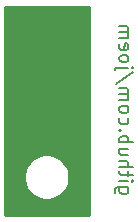
<source format=gbl>
G04 #@! TF.GenerationSoftware,KiCad,Pcbnew,(5.1.2-1)-1*
G04 #@! TF.CreationDate,2020-05-09T22:41:58-04:00*
G04 #@! TF.ProjectId,pcb-test-swatch,7063622d-7465-4737-942d-737761746368,rev?*
G04 #@! TF.SameCoordinates,Original*
G04 #@! TF.FileFunction,Copper,L2,Bot*
G04 #@! TF.FilePolarity,Positive*
%FSLAX46Y46*%
G04 Gerber Fmt 4.6, Leading zero omitted, Abs format (unit mm)*
G04 Created by KiCad (PCBNEW (5.1.2-1)-1) date 2020-05-09 22:41:58*
%MOMM*%
%LPD*%
G04 APERTURE LIST*
%ADD10C,0.203200*%
%ADD11C,0.254000*%
G04 APERTURE END LIST*
D10*
X45456928Y-44558857D02*
X44531642Y-44558857D01*
X44422785Y-44613285D01*
X44368357Y-44667714D01*
X44313928Y-44776571D01*
X44313928Y-44939857D01*
X44368357Y-45048714D01*
X44749357Y-44558857D02*
X44694928Y-44667714D01*
X44694928Y-44885428D01*
X44749357Y-44994285D01*
X44803785Y-45048714D01*
X44912642Y-45103142D01*
X45239214Y-45103142D01*
X45348071Y-45048714D01*
X45402500Y-44994285D01*
X45456928Y-44885428D01*
X45456928Y-44667714D01*
X45402500Y-44558857D01*
X44694928Y-44014571D02*
X45456928Y-44014571D01*
X45837928Y-44014571D02*
X45783500Y-44069000D01*
X45729071Y-44014571D01*
X45783500Y-43960142D01*
X45837928Y-44014571D01*
X45729071Y-44014571D01*
X45456928Y-43633571D02*
X45456928Y-43198142D01*
X45837928Y-43470285D02*
X44858214Y-43470285D01*
X44749357Y-43415857D01*
X44694928Y-43307000D01*
X44694928Y-43198142D01*
X44694928Y-42817142D02*
X45837928Y-42817142D01*
X44694928Y-42327285D02*
X45293642Y-42327285D01*
X45402500Y-42381714D01*
X45456928Y-42490571D01*
X45456928Y-42653857D01*
X45402500Y-42762714D01*
X45348071Y-42817142D01*
X45456928Y-41293142D02*
X44694928Y-41293142D01*
X45456928Y-41783000D02*
X44858214Y-41783000D01*
X44749357Y-41728571D01*
X44694928Y-41619714D01*
X44694928Y-41456428D01*
X44749357Y-41347571D01*
X44803785Y-41293142D01*
X44694928Y-40748857D02*
X45837928Y-40748857D01*
X45402500Y-40748857D02*
X45456928Y-40640000D01*
X45456928Y-40422285D01*
X45402500Y-40313428D01*
X45348071Y-40259000D01*
X45239214Y-40204571D01*
X44912642Y-40204571D01*
X44803785Y-40259000D01*
X44749357Y-40313428D01*
X44694928Y-40422285D01*
X44694928Y-40640000D01*
X44749357Y-40748857D01*
X44803785Y-39714714D02*
X44749357Y-39660285D01*
X44694928Y-39714714D01*
X44749357Y-39769142D01*
X44803785Y-39714714D01*
X44694928Y-39714714D01*
X44749357Y-38680571D02*
X44694928Y-38789428D01*
X44694928Y-39007142D01*
X44749357Y-39116000D01*
X44803785Y-39170428D01*
X44912642Y-39224857D01*
X45239214Y-39224857D01*
X45348071Y-39170428D01*
X45402500Y-39116000D01*
X45456928Y-39007142D01*
X45456928Y-38789428D01*
X45402500Y-38680571D01*
X44694928Y-38027428D02*
X44749357Y-38136285D01*
X44803785Y-38190714D01*
X44912642Y-38245142D01*
X45239214Y-38245142D01*
X45348071Y-38190714D01*
X45402500Y-38136285D01*
X45456928Y-38027428D01*
X45456928Y-37864142D01*
X45402500Y-37755285D01*
X45348071Y-37700857D01*
X45239214Y-37646428D01*
X44912642Y-37646428D01*
X44803785Y-37700857D01*
X44749357Y-37755285D01*
X44694928Y-37864142D01*
X44694928Y-38027428D01*
X44694928Y-37156571D02*
X45456928Y-37156571D01*
X45348071Y-37156571D02*
X45402500Y-37102142D01*
X45456928Y-36993285D01*
X45456928Y-36830000D01*
X45402500Y-36721142D01*
X45293642Y-36666714D01*
X44694928Y-36666714D01*
X45293642Y-36666714D02*
X45402500Y-36612285D01*
X45456928Y-36503428D01*
X45456928Y-36340142D01*
X45402500Y-36231285D01*
X45293642Y-36176857D01*
X44694928Y-36176857D01*
X45892357Y-34816142D02*
X44422785Y-35795857D01*
X45456928Y-34435142D02*
X44477214Y-34435142D01*
X44368357Y-34489571D01*
X44313928Y-34598428D01*
X44313928Y-34652857D01*
X45837928Y-34435142D02*
X45783500Y-34489571D01*
X45729071Y-34435142D01*
X45783500Y-34380714D01*
X45837928Y-34435142D01*
X45729071Y-34435142D01*
X44694928Y-33727571D02*
X44749357Y-33836428D01*
X44803785Y-33890857D01*
X44912642Y-33945285D01*
X45239214Y-33945285D01*
X45348071Y-33890857D01*
X45402500Y-33836428D01*
X45456928Y-33727571D01*
X45456928Y-33564285D01*
X45402500Y-33455428D01*
X45348071Y-33401000D01*
X45239214Y-33346571D01*
X44912642Y-33346571D01*
X44803785Y-33401000D01*
X44749357Y-33455428D01*
X44694928Y-33564285D01*
X44694928Y-33727571D01*
X44749357Y-32421285D02*
X44694928Y-32530142D01*
X44694928Y-32747857D01*
X44749357Y-32856714D01*
X44858214Y-32911142D01*
X45293642Y-32911142D01*
X45402500Y-32856714D01*
X45456928Y-32747857D01*
X45456928Y-32530142D01*
X45402500Y-32421285D01*
X45293642Y-32366857D01*
X45184785Y-32366857D01*
X45075928Y-32911142D01*
X44694928Y-31877000D02*
X45456928Y-31877000D01*
X45348071Y-31877000D02*
X45402500Y-31822571D01*
X45456928Y-31713714D01*
X45456928Y-31550428D01*
X45402500Y-31441571D01*
X45293642Y-31387142D01*
X44694928Y-31387142D01*
X45293642Y-31387142D02*
X45402500Y-31332714D01*
X45456928Y-31223857D01*
X45456928Y-31060571D01*
X45402500Y-30951714D01*
X45293642Y-30897285D01*
X44694928Y-30897285D01*
D11*
G36*
X42101211Y-46915000D02*
G01*
X35000000Y-46915000D01*
X35000000Y-43498207D01*
X36617500Y-43498207D01*
X36617500Y-43877793D01*
X36691553Y-44250085D01*
X36836815Y-44600777D01*
X37047701Y-44916391D01*
X37316109Y-45184799D01*
X37631723Y-45395685D01*
X37982415Y-45540947D01*
X38354707Y-45615000D01*
X38734293Y-45615000D01*
X39106585Y-45540947D01*
X39457277Y-45395685D01*
X39772891Y-45184799D01*
X40041299Y-44916391D01*
X40252185Y-44600777D01*
X40397447Y-44250085D01*
X40471500Y-43877793D01*
X40471500Y-43498207D01*
X40397447Y-43125915D01*
X40252185Y-42775223D01*
X40041299Y-42459609D01*
X39772891Y-42191201D01*
X39457277Y-41980315D01*
X39106585Y-41835053D01*
X38734293Y-41761000D01*
X38354707Y-41761000D01*
X37982415Y-41835053D01*
X37631723Y-41980315D01*
X37316109Y-42191201D01*
X37047701Y-42459609D01*
X36836815Y-42775223D01*
X36691553Y-43125915D01*
X36617500Y-43498207D01*
X35000000Y-43498207D01*
X35000000Y-29285000D01*
X42163288Y-29285000D01*
X42101211Y-46915000D01*
X42101211Y-46915000D01*
G37*
X42101211Y-46915000D02*
X35000000Y-46915000D01*
X35000000Y-43498207D01*
X36617500Y-43498207D01*
X36617500Y-43877793D01*
X36691553Y-44250085D01*
X36836815Y-44600777D01*
X37047701Y-44916391D01*
X37316109Y-45184799D01*
X37631723Y-45395685D01*
X37982415Y-45540947D01*
X38354707Y-45615000D01*
X38734293Y-45615000D01*
X39106585Y-45540947D01*
X39457277Y-45395685D01*
X39772891Y-45184799D01*
X40041299Y-44916391D01*
X40252185Y-44600777D01*
X40397447Y-44250085D01*
X40471500Y-43877793D01*
X40471500Y-43498207D01*
X40397447Y-43125915D01*
X40252185Y-42775223D01*
X40041299Y-42459609D01*
X39772891Y-42191201D01*
X39457277Y-41980315D01*
X39106585Y-41835053D01*
X38734293Y-41761000D01*
X38354707Y-41761000D01*
X37982415Y-41835053D01*
X37631723Y-41980315D01*
X37316109Y-42191201D01*
X37047701Y-42459609D01*
X36836815Y-42775223D01*
X36691553Y-43125915D01*
X36617500Y-43498207D01*
X35000000Y-43498207D01*
X35000000Y-29285000D01*
X42163288Y-29285000D01*
X42101211Y-46915000D01*
M02*

</source>
